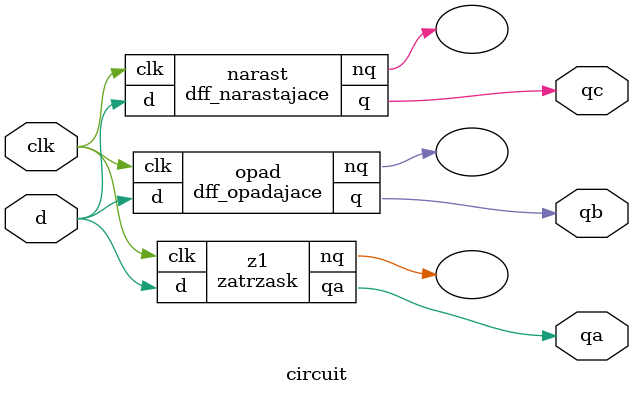
<source format=sv>
module d_latch(output q, nq, input en, d);
  logic nr, ns;
  nand gq(q, nr, nq), gnq(nq, ns, q),
  gr(nr, d, en), gs(ns, nr, en);
endmodule

module zatrzask(output qa, nq, input clk, d);
logic nr, ns;
  nand gq(qa, nr, nq), gnq(nq, ns, qa),
  gr(nr, d, clk), gs(ns, nr, clk);
endmodule

module dff_opadajace(output q, nq, input clk, d);
logic q1;
d_latch dl1(q1, , clk, d), dl2(q, nq, !clk, q1);
endmodule

module dff_narastajace(output q, nq, input clk, d);
logic q1;
d_latch dl1(q1, , !clk, d), dl2(q, nq, clk, q1);
endmodule

module circuit(output qa, qb, qc, input clk, d);
  zatrzask z1(qa, , clk, d);
  dff_opadajace opad(qb, , clk, d);
  dff_narastajace narast(qc, , clk, d);
endmodule

</source>
